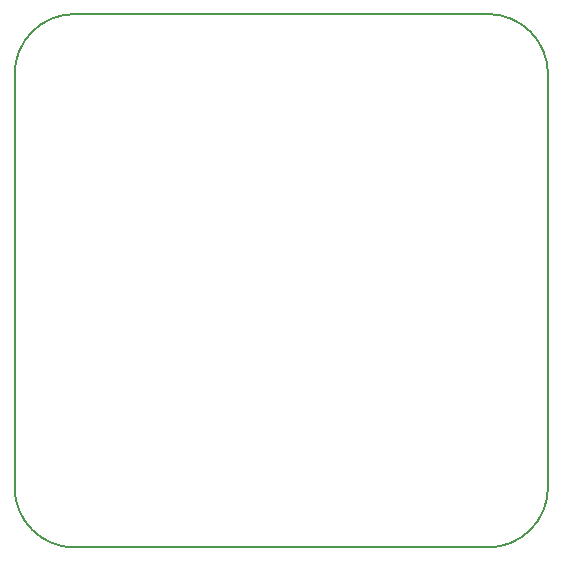
<source format=gm1>
G04 #@! TF.GenerationSoftware,KiCad,Pcbnew,7.0.6*
G04 #@! TF.CreationDate,2023-11-06T13:05:05-08:00*
G04 #@! TF.ProjectId,PFLOW_mounting_board,50464c4f-575f-46d6-9f75-6e74696e675f,rev?*
G04 #@! TF.SameCoordinates,Original*
G04 #@! TF.FileFunction,Profile,NP*
%FSLAX46Y46*%
G04 Gerber Fmt 4.6, Leading zero omitted, Abs format (unit mm)*
G04 Created by KiCad (PCBNEW 7.0.6) date 2023-11-06 13:05:05*
%MOMM*%
%LPD*%
G01*
G04 APERTURE LIST*
G04 #@! TA.AperFunction,Profile*
%ADD10C,0.200000*%
G04 #@! TD*
G04 APERTURE END LIST*
D10*
X113740000Y-125880000D02*
X148740000Y-125880000D01*
X153820000Y-120800000D02*
X153820000Y-85800000D01*
X108660000Y-85800000D02*
X108660000Y-120800000D01*
X113740000Y-80720000D02*
G75*
G03*
X108660000Y-85800000I0J-5080000D01*
G01*
X148740000Y-80720000D02*
X113740000Y-80720000D01*
X108660000Y-120800000D02*
G75*
G03*
X113740000Y-125880000I5080000J0D01*
G01*
X148740000Y-125880000D02*
G75*
G03*
X153820000Y-120800000I0J5080000D01*
G01*
X153820000Y-85800000D02*
G75*
G03*
X148740000Y-80720000I-5080000J0D01*
G01*
M02*

</source>
